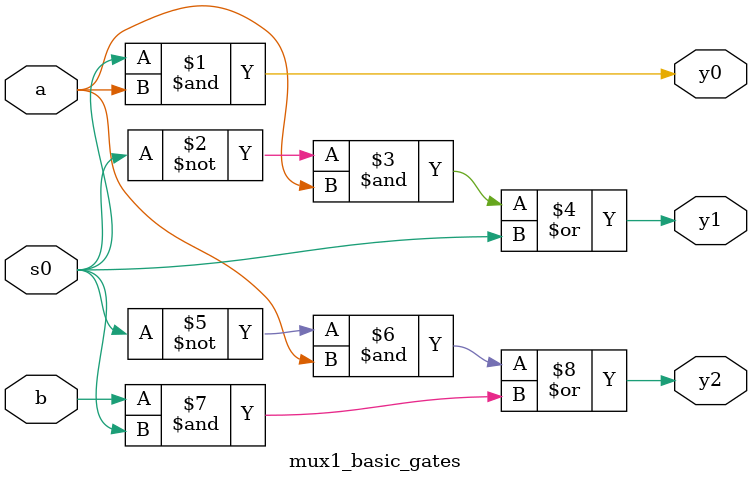
<source format=v>
`timescale 1ns / 1ps
module mux1_basic_gates(
    input a,b,s0,
    output y0, y1, y2
    );
    
    assign y0 = s0 & a;
    assign y1 = ((~s0)&a)|s0;
    assign y2 = ((~s0)&a)|(b&s0);
    
endmodule
</source>
